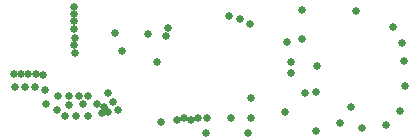
<source format=gbs>
G75*
G70*
%OFA0B0*%
%FSLAX24Y24*%
%IPPOS*%
%LPD*%
%AMOC8*
5,1,8,0,0,1.08239X$1,22.5*
%
%ADD10C,0.0260*%
D10*
X002204Y001253D03*
X001956Y001447D03*
X002344Y001622D03*
X002803Y001652D03*
X003275Y001658D03*
X003523Y001568D03*
X003644Y001404D03*
X003438Y001338D03*
X003964Y001447D03*
X003795Y001719D03*
X003656Y002016D03*
X002972Y001937D03*
X002670Y001931D03*
X002337Y001931D03*
X001981Y001931D03*
X001533Y002137D03*
X001219Y002215D03*
X000880Y002215D03*
X000547Y002228D03*
X000505Y002651D03*
X000735Y002645D03*
X000965Y002645D03*
X001231Y002645D03*
X001479Y002627D03*
X002537Y003365D03*
X002525Y003607D03*
X002531Y003868D03*
X002525Y004170D03*
X002525Y004425D03*
X002526Y004664D03*
X002526Y004882D03*
X003881Y004022D03*
X004991Y003973D03*
X005570Y003919D03*
X005635Y004196D03*
X004126Y003425D03*
X005275Y003056D03*
X008395Y001856D03*
X009535Y001376D03*
X008395Y001196D03*
X007735Y001196D03*
X006955Y001196D03*
X006655Y001196D03*
X006415Y001136D03*
X006175Y001196D03*
X005935Y001136D03*
X005419Y001065D03*
X006912Y000696D03*
X008326Y000696D03*
X010571Y000764D03*
X011384Y001035D03*
X012107Y000861D03*
X012899Y000945D03*
X013389Y001430D03*
X011755Y001556D03*
X010571Y002065D03*
X010202Y002023D03*
X009742Y002689D03*
X010615Y002936D03*
X009730Y003064D03*
X009595Y003716D03*
X010105Y003827D03*
X008369Y004336D03*
X008038Y004472D03*
X007666Y004590D03*
X010105Y004785D03*
X011905Y004763D03*
X013152Y004215D03*
X013455Y003688D03*
X013522Y003082D03*
X013528Y002265D03*
X002966Y001253D03*
X002591Y001253D03*
X001563Y001658D03*
M02*

</source>
